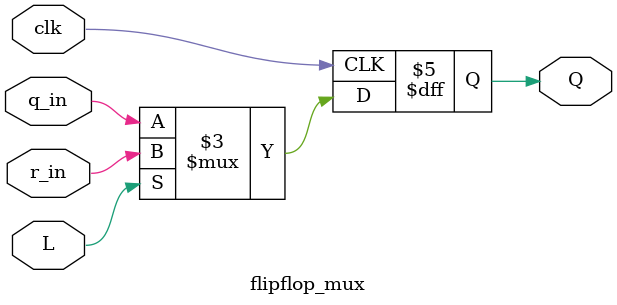
<source format=sv>
module top_module(
    input clk,
    input L,
    input [2:0] r_in,
    output reg [2:0] q
);

wire [2:0] q_int;

flipflop_mux u0 (.clk(clk), .L(L), .q_in(q_int[0]), .r_in(r_in[0]), .Q(q[0]));
flipflop_mux u1 (.clk(clk), .L(L), .q_in(q_int[1]), .r_in(r_in[1]), .Q(q[1]));
flipflop_mux u2 (.clk(clk), .L(L), .q_in(q_int[2]), .r_in(r_in[2]), .Q(q[2]));

always @(*) begin
    if (L) begin
        q_int <= r_in;
    end else begin
        q_int <= {q[1] ^ q[2], q[0], q[2]};
    end
end

endmodule
module flipflop_mux(
    input clk,
    input L,
    input q_in,
    input r_in,
    output reg Q
);

always @(posedge clk) begin
    if (L) begin
        Q <= r_in;
    end else begin
        Q <= q_in;
    end
end

endmodule

</source>
